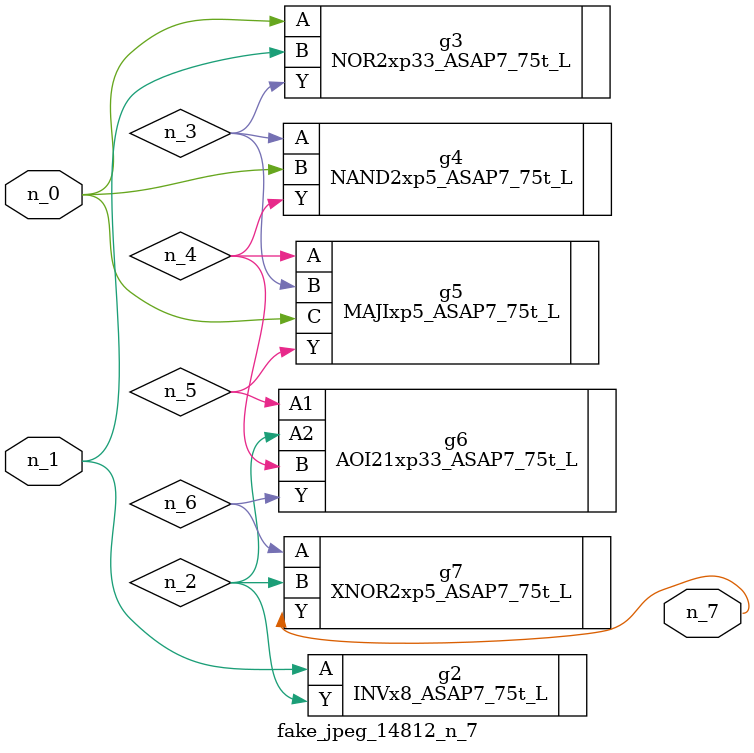
<source format=v>
module fake_jpeg_14812_n_7 (n_0, n_1, n_7);

input n_0;
input n_1;

output n_7;

wire n_3;
wire n_2;
wire n_4;
wire n_6;
wire n_5;

INVx8_ASAP7_75t_L g2 ( 
.A(n_1),
.Y(n_2)
);

NOR2xp33_ASAP7_75t_L g3 ( 
.A(n_0),
.B(n_1),
.Y(n_3)
);

NAND2xp5_ASAP7_75t_L g4 ( 
.A(n_3),
.B(n_0),
.Y(n_4)
);

MAJIxp5_ASAP7_75t_L g5 ( 
.A(n_4),
.B(n_3),
.C(n_0),
.Y(n_5)
);

AOI21xp33_ASAP7_75t_L g6 ( 
.A1(n_5),
.A2(n_2),
.B(n_4),
.Y(n_6)
);

XNOR2xp5_ASAP7_75t_L g7 ( 
.A(n_6),
.B(n_2),
.Y(n_7)
);


endmodule
</source>
